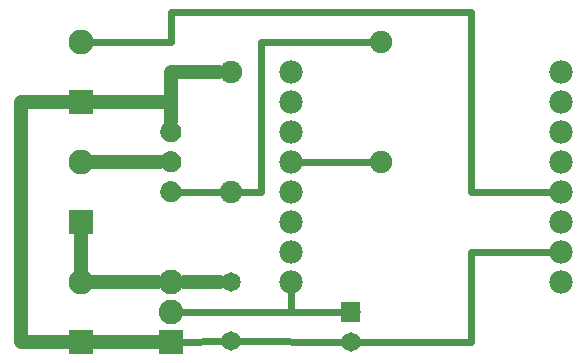
<source format=gbl>
G04 MADE WITH FRITZING*
G04 WWW.FRITZING.ORG*
G04 DOUBLE SIDED*
G04 HOLES PLATED*
G04 CONTOUR ON CENTER OF CONTOUR VECTOR*
%ASAXBY*%
%FSLAX23Y23*%
%MOIN*%
%OFA0B0*%
%SFA1.0B1.0*%
%ADD10C,0.077778*%
%ADD11C,0.065000*%
%ADD12C,0.075000*%
%ADD13C,0.082000*%
%ADD14C,0.070000*%
%ADD15C,0.083307*%
%ADD16R,0.082000X0.082000*%
%ADD17R,0.083307X0.083307*%
%ADD18C,0.024000*%
%ADD19C,0.048000*%
%ADD20R,0.001000X0.001000*%
%LNCOPPER0*%
G90*
G70*
G54D10*
X1100Y1099D03*
X1100Y999D03*
X1100Y899D03*
X1100Y799D03*
X1100Y699D03*
X1100Y599D03*
X1100Y499D03*
X1100Y399D03*
X2000Y399D03*
X2000Y499D03*
X2000Y599D03*
X2000Y699D03*
X2000Y799D03*
X2000Y899D03*
X2000Y999D03*
X2000Y1099D03*
G54D11*
X900Y399D03*
X900Y202D03*
X900Y399D03*
X900Y202D03*
X900Y399D03*
X900Y202D03*
G54D12*
X1400Y1199D03*
X1400Y799D03*
X900Y699D03*
X900Y1099D03*
G54D11*
X1300Y299D03*
X1300Y199D03*
G54D13*
X700Y199D03*
X700Y299D03*
X700Y399D03*
G54D14*
X700Y699D03*
X700Y799D03*
X700Y899D03*
G54D15*
X400Y999D03*
X400Y1199D03*
X400Y599D03*
X400Y799D03*
X400Y199D03*
X400Y399D03*
G54D16*
X700Y199D03*
G54D17*
X400Y999D03*
X400Y599D03*
X400Y199D03*
G54D18*
X1971Y499D02*
X1699Y498D01*
D02*
X1699Y498D02*
X1699Y498D01*
D02*
X1699Y498D02*
X1700Y198D01*
D02*
X1700Y198D02*
X1325Y199D01*
G54D19*
D02*
X657Y199D02*
X444Y199D01*
D02*
X444Y799D02*
X663Y799D01*
D02*
X657Y399D02*
X444Y399D01*
G54D18*
D02*
X1371Y799D02*
X1129Y799D01*
D02*
X1000Y699D02*
X929Y699D01*
D02*
X1000Y1199D02*
X1000Y699D01*
D02*
X1371Y1199D02*
X1000Y1199D01*
G54D19*
D02*
X743Y399D02*
X864Y399D01*
G54D18*
D02*
X1101Y298D02*
X1100Y369D01*
D02*
X1275Y299D02*
X1101Y298D01*
D02*
X726Y699D02*
X871Y699D01*
G54D19*
D02*
X400Y555D02*
X400Y443D01*
G54D18*
D02*
X1101Y298D02*
X1275Y299D01*
D02*
X732Y299D02*
X1101Y298D01*
G54D19*
D02*
X700Y1100D02*
X700Y936D01*
D02*
X860Y1099D02*
X700Y1100D01*
D02*
X356Y998D02*
X201Y998D01*
D02*
X201Y998D02*
X201Y197D01*
D02*
X201Y197D02*
X356Y198D01*
D02*
X444Y998D02*
X700Y997D01*
D02*
X700Y997D02*
X700Y936D01*
G54D18*
D02*
X1275Y199D02*
X925Y202D01*
D02*
X732Y199D02*
X875Y201D01*
D02*
X1700Y1299D02*
X1700Y700D01*
D02*
X701Y1298D02*
X1700Y1299D01*
D02*
X1700Y700D02*
X1971Y699D01*
D02*
X433Y1199D02*
X699Y1199D01*
D02*
X699Y1199D02*
X701Y1298D01*
G54D20*
X692Y933D02*
X706Y933D01*
X689Y932D02*
X710Y932D01*
X686Y931D02*
X712Y931D01*
X684Y930D02*
X714Y930D01*
X682Y929D02*
X716Y929D01*
X681Y928D02*
X718Y928D01*
X679Y927D02*
X720Y927D01*
X678Y926D02*
X721Y926D01*
X677Y925D02*
X722Y925D01*
X675Y924D02*
X723Y924D01*
X674Y923D02*
X724Y923D01*
X674Y922D02*
X725Y922D01*
X673Y921D02*
X726Y921D01*
X672Y920D02*
X727Y920D01*
X671Y919D02*
X727Y919D01*
X671Y918D02*
X728Y918D01*
X670Y917D02*
X729Y917D01*
X669Y916D02*
X729Y916D01*
X669Y915D02*
X730Y915D01*
X669Y914D02*
X730Y914D01*
X668Y913D02*
X693Y913D01*
X705Y913D02*
X731Y913D01*
X668Y912D02*
X691Y912D01*
X707Y912D02*
X731Y912D01*
X667Y911D02*
X690Y911D01*
X709Y911D02*
X731Y911D01*
X667Y910D02*
X689Y910D01*
X710Y910D02*
X732Y910D01*
X667Y909D02*
X688Y909D01*
X711Y909D02*
X732Y909D01*
X666Y908D02*
X687Y908D01*
X712Y908D02*
X732Y908D01*
X666Y907D02*
X686Y907D01*
X713Y907D02*
X733Y907D01*
X666Y906D02*
X686Y906D01*
X713Y906D02*
X733Y906D01*
X666Y905D02*
X685Y905D01*
X714Y905D02*
X733Y905D01*
X665Y904D02*
X685Y904D01*
X714Y904D02*
X733Y904D01*
X665Y903D02*
X684Y903D01*
X714Y903D02*
X734Y903D01*
X665Y902D02*
X684Y902D01*
X715Y902D02*
X734Y902D01*
X665Y901D02*
X684Y901D01*
X715Y901D02*
X734Y901D01*
X665Y900D02*
X684Y900D01*
X715Y900D02*
X734Y900D01*
X665Y899D02*
X684Y899D01*
X715Y899D02*
X734Y899D01*
X665Y898D02*
X684Y898D01*
X715Y898D02*
X734Y898D01*
X665Y897D02*
X684Y897D01*
X715Y897D02*
X734Y897D01*
X665Y896D02*
X684Y896D01*
X715Y896D02*
X734Y896D01*
X665Y895D02*
X684Y895D01*
X714Y895D02*
X734Y895D01*
X665Y894D02*
X685Y894D01*
X714Y894D02*
X733Y894D01*
X665Y893D02*
X685Y893D01*
X714Y893D02*
X733Y893D01*
X666Y892D02*
X685Y892D01*
X713Y892D02*
X733Y892D01*
X666Y891D02*
X686Y891D01*
X713Y891D02*
X733Y891D01*
X666Y890D02*
X687Y890D01*
X712Y890D02*
X732Y890D01*
X666Y889D02*
X688Y889D01*
X711Y889D02*
X732Y889D01*
X667Y888D02*
X689Y888D01*
X710Y888D02*
X732Y888D01*
X667Y887D02*
X690Y887D01*
X709Y887D02*
X732Y887D01*
X668Y886D02*
X691Y886D01*
X708Y886D02*
X731Y886D01*
X668Y885D02*
X693Y885D01*
X706Y885D02*
X731Y885D01*
X668Y884D02*
X698Y884D01*
X701Y884D02*
X730Y884D01*
X669Y883D02*
X730Y883D01*
X669Y882D02*
X729Y882D01*
X670Y881D02*
X729Y881D01*
X671Y880D02*
X728Y880D01*
X671Y879D02*
X727Y879D01*
X672Y878D02*
X727Y878D01*
X673Y877D02*
X726Y877D01*
X673Y876D02*
X725Y876D01*
X674Y875D02*
X724Y875D01*
X675Y874D02*
X723Y874D01*
X676Y873D02*
X722Y873D01*
X678Y872D02*
X721Y872D01*
X679Y871D02*
X720Y871D01*
X680Y870D02*
X718Y870D01*
X682Y869D02*
X717Y869D01*
X684Y868D02*
X715Y868D01*
X686Y867D02*
X713Y867D01*
X689Y866D02*
X710Y866D01*
X692Y865D02*
X707Y865D01*
X699Y864D02*
X700Y864D01*
X692Y833D02*
X706Y833D01*
X689Y832D02*
X710Y832D01*
X686Y831D02*
X712Y831D01*
X684Y830D02*
X715Y830D01*
X682Y829D02*
X716Y829D01*
X681Y828D02*
X718Y828D01*
X679Y827D02*
X720Y827D01*
X678Y826D02*
X721Y826D01*
X677Y825D02*
X722Y825D01*
X675Y824D02*
X723Y824D01*
X674Y823D02*
X724Y823D01*
X674Y822D02*
X725Y822D01*
X673Y821D02*
X726Y821D01*
X672Y820D02*
X727Y820D01*
X671Y819D02*
X727Y819D01*
X671Y818D02*
X728Y818D01*
X670Y817D02*
X729Y817D01*
X669Y816D02*
X729Y816D01*
X669Y815D02*
X730Y815D01*
X668Y814D02*
X730Y814D01*
X668Y813D02*
X693Y813D01*
X706Y813D02*
X731Y813D01*
X668Y812D02*
X691Y812D01*
X707Y812D02*
X731Y812D01*
X667Y811D02*
X690Y811D01*
X709Y811D02*
X731Y811D01*
X667Y810D02*
X689Y810D01*
X710Y810D02*
X732Y810D01*
X667Y809D02*
X688Y809D01*
X711Y809D02*
X732Y809D01*
X666Y808D02*
X687Y808D01*
X712Y808D02*
X732Y808D01*
X666Y807D02*
X686Y807D01*
X713Y807D02*
X733Y807D01*
X666Y806D02*
X686Y806D01*
X713Y806D02*
X733Y806D01*
X665Y805D02*
X685Y805D01*
X714Y805D02*
X733Y805D01*
X665Y804D02*
X685Y804D01*
X714Y804D02*
X733Y804D01*
X665Y803D02*
X684Y803D01*
X714Y803D02*
X734Y803D01*
X665Y802D02*
X684Y802D01*
X715Y802D02*
X734Y802D01*
X665Y801D02*
X684Y801D01*
X715Y801D02*
X734Y801D01*
X665Y800D02*
X684Y800D01*
X715Y800D02*
X734Y800D01*
X665Y799D02*
X684Y799D01*
X715Y799D02*
X734Y799D01*
X665Y798D02*
X684Y798D01*
X715Y798D02*
X734Y798D01*
X665Y797D02*
X684Y797D01*
X715Y797D02*
X734Y797D01*
X665Y796D02*
X684Y796D01*
X715Y796D02*
X734Y796D01*
X665Y795D02*
X684Y795D01*
X714Y795D02*
X734Y795D01*
X665Y794D02*
X685Y794D01*
X714Y794D02*
X733Y794D01*
X665Y793D02*
X685Y793D01*
X714Y793D02*
X733Y793D01*
X666Y792D02*
X685Y792D01*
X713Y792D02*
X733Y792D01*
X666Y791D02*
X686Y791D01*
X713Y791D02*
X733Y791D01*
X666Y790D02*
X687Y790D01*
X712Y790D02*
X732Y790D01*
X666Y789D02*
X688Y789D01*
X711Y789D02*
X732Y789D01*
X667Y788D02*
X689Y788D01*
X710Y788D02*
X732Y788D01*
X667Y787D02*
X690Y787D01*
X709Y787D02*
X731Y787D01*
X668Y786D02*
X691Y786D01*
X708Y786D02*
X731Y786D01*
X668Y785D02*
X693Y785D01*
X706Y785D02*
X731Y785D01*
X668Y784D02*
X698Y784D01*
X700Y784D02*
X730Y784D01*
X669Y783D02*
X730Y783D01*
X669Y782D02*
X729Y782D01*
X670Y781D02*
X729Y781D01*
X671Y780D02*
X728Y780D01*
X671Y779D02*
X727Y779D01*
X672Y778D02*
X727Y778D01*
X673Y777D02*
X726Y777D01*
X673Y776D02*
X725Y776D01*
X674Y775D02*
X724Y775D01*
X675Y774D02*
X723Y774D01*
X676Y773D02*
X722Y773D01*
X678Y772D02*
X721Y772D01*
X679Y771D02*
X720Y771D01*
X680Y770D02*
X718Y770D01*
X682Y769D02*
X717Y769D01*
X684Y768D02*
X715Y768D01*
X686Y767D02*
X713Y767D01*
X689Y766D02*
X710Y766D01*
X692Y765D02*
X707Y765D01*
X699Y764D02*
X700Y764D01*
X692Y733D02*
X706Y733D01*
X689Y732D02*
X710Y732D01*
X686Y731D02*
X712Y731D01*
X684Y730D02*
X715Y730D01*
X682Y729D02*
X716Y729D01*
X681Y728D02*
X718Y728D01*
X679Y727D02*
X720Y727D01*
X678Y726D02*
X721Y726D01*
X677Y725D02*
X722Y725D01*
X675Y724D02*
X723Y724D01*
X674Y723D02*
X724Y723D01*
X674Y722D02*
X725Y722D01*
X673Y721D02*
X726Y721D01*
X672Y720D02*
X727Y720D01*
X671Y719D02*
X727Y719D01*
X671Y718D02*
X728Y718D01*
X670Y717D02*
X729Y717D01*
X669Y716D02*
X729Y716D01*
X669Y715D02*
X730Y715D01*
X668Y714D02*
X730Y714D01*
X668Y713D02*
X693Y713D01*
X706Y713D02*
X731Y713D01*
X668Y712D02*
X691Y712D01*
X707Y712D02*
X731Y712D01*
X667Y711D02*
X690Y711D01*
X709Y711D02*
X731Y711D01*
X667Y710D02*
X689Y710D01*
X710Y710D02*
X732Y710D01*
X666Y709D02*
X688Y709D01*
X711Y709D02*
X732Y709D01*
X666Y708D02*
X687Y708D01*
X712Y708D02*
X732Y708D01*
X666Y707D02*
X686Y707D01*
X713Y707D02*
X733Y707D01*
X666Y706D02*
X685Y706D01*
X713Y706D02*
X733Y706D01*
X665Y705D02*
X685Y705D01*
X714Y705D02*
X733Y705D01*
X665Y704D02*
X685Y704D01*
X714Y704D02*
X733Y704D01*
X665Y703D02*
X684Y703D01*
X714Y703D02*
X734Y703D01*
X665Y702D02*
X684Y702D01*
X715Y702D02*
X734Y702D01*
X665Y701D02*
X684Y701D01*
X715Y701D02*
X734Y701D01*
X665Y700D02*
X684Y700D01*
X715Y700D02*
X734Y700D01*
X665Y699D02*
X684Y699D01*
X715Y699D02*
X734Y699D01*
X665Y698D02*
X684Y698D01*
X715Y698D02*
X734Y698D01*
X665Y697D02*
X684Y697D01*
X715Y697D02*
X734Y697D01*
X665Y696D02*
X684Y696D01*
X715Y696D02*
X734Y696D01*
X665Y695D02*
X684Y695D01*
X714Y695D02*
X734Y695D01*
X665Y694D02*
X685Y694D01*
X714Y694D02*
X733Y694D01*
X665Y693D02*
X685Y693D01*
X714Y693D02*
X733Y693D01*
X666Y692D02*
X685Y692D01*
X713Y692D02*
X733Y692D01*
X666Y691D02*
X686Y691D01*
X713Y691D02*
X733Y691D01*
X666Y690D02*
X687Y690D01*
X712Y690D02*
X732Y690D01*
X666Y689D02*
X688Y689D01*
X711Y689D02*
X732Y689D01*
X667Y688D02*
X689Y688D01*
X710Y688D02*
X732Y688D01*
X667Y687D02*
X690Y687D01*
X709Y687D02*
X731Y687D01*
X668Y686D02*
X691Y686D01*
X708Y686D02*
X731Y686D01*
X668Y685D02*
X693Y685D01*
X706Y685D02*
X731Y685D01*
X668Y684D02*
X730Y684D01*
X669Y683D02*
X730Y683D01*
X669Y682D02*
X729Y682D01*
X670Y681D02*
X729Y681D01*
X671Y680D02*
X728Y680D01*
X671Y679D02*
X727Y679D01*
X672Y678D02*
X727Y678D01*
X673Y677D02*
X726Y677D01*
X674Y676D02*
X725Y676D01*
X674Y675D02*
X724Y675D01*
X675Y674D02*
X723Y674D01*
X676Y673D02*
X722Y673D01*
X678Y672D02*
X721Y672D01*
X679Y671D02*
X720Y671D01*
X680Y670D02*
X718Y670D01*
X682Y669D02*
X717Y669D01*
X684Y668D02*
X715Y668D01*
X686Y667D02*
X713Y667D01*
X689Y666D02*
X710Y666D01*
X692Y665D02*
X707Y665D01*
X1267Y331D02*
X1331Y331D01*
X1267Y330D02*
X1331Y330D01*
X1267Y329D02*
X1331Y329D01*
X1267Y328D02*
X1331Y328D01*
X1267Y327D02*
X1331Y327D01*
X1267Y326D02*
X1331Y326D01*
X1267Y325D02*
X1331Y325D01*
X1267Y324D02*
X1331Y324D01*
X1267Y323D02*
X1331Y323D01*
X1267Y322D02*
X1331Y322D01*
X1267Y321D02*
X1331Y321D01*
X1267Y320D02*
X1331Y320D01*
X1267Y319D02*
X1331Y319D01*
X1267Y318D02*
X1331Y318D01*
X1267Y317D02*
X1331Y317D01*
X1267Y316D02*
X1331Y316D01*
X1267Y315D02*
X1331Y315D01*
X1267Y314D02*
X1331Y314D01*
X1267Y313D02*
X1331Y313D01*
X1267Y312D02*
X1294Y312D01*
X1304Y312D02*
X1331Y312D01*
X1267Y311D02*
X1292Y311D01*
X1306Y311D02*
X1331Y311D01*
X1267Y310D02*
X1290Y310D01*
X1308Y310D02*
X1331Y310D01*
X1267Y309D02*
X1289Y309D01*
X1309Y309D02*
X1331Y309D01*
X1267Y308D02*
X1288Y308D01*
X1310Y308D02*
X1331Y308D01*
X1267Y307D02*
X1287Y307D01*
X1311Y307D02*
X1331Y307D01*
X1267Y306D02*
X1287Y306D01*
X1311Y306D02*
X1331Y306D01*
X1267Y305D02*
X1286Y305D01*
X1312Y305D02*
X1331Y305D01*
X1267Y304D02*
X1286Y304D01*
X1312Y304D02*
X1331Y304D01*
X1267Y303D02*
X1286Y303D01*
X1313Y303D02*
X1331Y303D01*
X1267Y302D02*
X1285Y302D01*
X1313Y302D02*
X1331Y302D01*
X1267Y301D02*
X1285Y301D01*
X1313Y301D02*
X1331Y301D01*
X1267Y300D02*
X1285Y300D01*
X1313Y300D02*
X1331Y300D01*
X1267Y299D02*
X1285Y299D01*
X1313Y299D02*
X1331Y299D01*
X1267Y298D02*
X1285Y298D01*
X1313Y298D02*
X1331Y298D01*
X1267Y297D02*
X1285Y297D01*
X1313Y297D02*
X1331Y297D01*
X1267Y296D02*
X1285Y296D01*
X1313Y296D02*
X1331Y296D01*
X1267Y295D02*
X1286Y295D01*
X1313Y295D02*
X1331Y295D01*
X1267Y294D02*
X1286Y294D01*
X1312Y294D02*
X1331Y294D01*
X1267Y293D02*
X1286Y293D01*
X1312Y293D02*
X1331Y293D01*
X1267Y292D02*
X1287Y292D01*
X1311Y292D02*
X1331Y292D01*
X1267Y291D02*
X1288Y291D01*
X1311Y291D02*
X1331Y291D01*
X1267Y290D02*
X1288Y290D01*
X1310Y290D02*
X1331Y290D01*
X1267Y289D02*
X1289Y289D01*
X1309Y289D02*
X1331Y289D01*
X1267Y288D02*
X1291Y288D01*
X1308Y288D02*
X1331Y288D01*
X1267Y287D02*
X1292Y287D01*
X1306Y287D02*
X1331Y287D01*
X1267Y286D02*
X1294Y286D01*
X1304Y286D02*
X1331Y286D01*
X1267Y285D02*
X1331Y285D01*
X1267Y284D02*
X1331Y284D01*
X1267Y283D02*
X1331Y283D01*
X1267Y282D02*
X1331Y282D01*
X1267Y281D02*
X1331Y281D01*
X1267Y280D02*
X1331Y280D01*
X1267Y279D02*
X1331Y279D01*
X1267Y278D02*
X1331Y278D01*
X1267Y277D02*
X1331Y277D01*
X1267Y276D02*
X1331Y276D01*
X1267Y275D02*
X1331Y275D01*
X1267Y274D02*
X1331Y274D01*
X1267Y273D02*
X1331Y273D01*
X1267Y272D02*
X1331Y272D01*
X1267Y271D02*
X1331Y271D01*
X1267Y270D02*
X1331Y270D01*
X1267Y269D02*
X1331Y269D01*
X1267Y268D02*
X1331Y268D01*
X1267Y267D02*
X1331Y267D01*
D02*
G04 End of Copper0*
M02*
</source>
